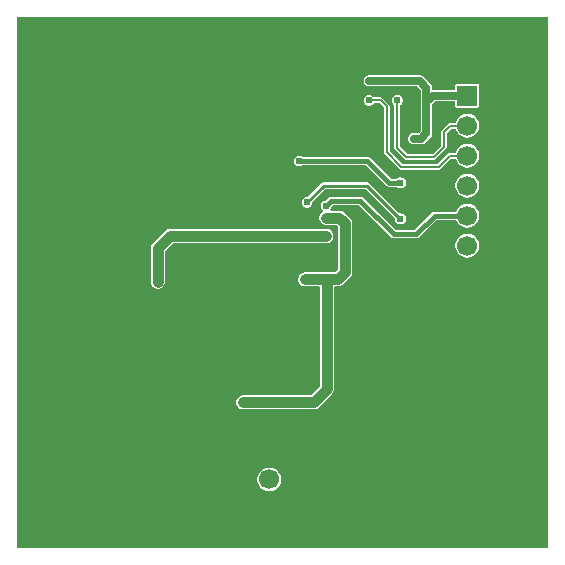
<source format=gbr>
%TF.GenerationSoftware,KiCad,Pcbnew,9.0.4*%
%TF.CreationDate,2025-10-02T13:36:02-04:00*%
%TF.ProjectId,MPPT-dev,4d505054-2d64-4657-962e-6b696361645f,rev?*%
%TF.SameCoordinates,Original*%
%TF.FileFunction,Copper,L2,Bot*%
%TF.FilePolarity,Positive*%
%FSLAX46Y46*%
G04 Gerber Fmt 4.6, Leading zero omitted, Abs format (unit mm)*
G04 Created by KiCad (PCBNEW 9.0.4) date 2025-10-02 13:36:02*
%MOMM*%
%LPD*%
G01*
G04 APERTURE LIST*
%TA.AperFunction,ComponentPad*%
%ADD10R,1.700000X1.700000*%
%TD*%
%TA.AperFunction,ComponentPad*%
%ADD11C,1.700000*%
%TD*%
%TA.AperFunction,ViaPad*%
%ADD12C,0.609600*%
%TD*%
%TA.AperFunction,Conductor*%
%ADD13C,0.889000*%
%TD*%
%TA.AperFunction,Conductor*%
%ADD14C,0.381000*%
%TD*%
%TA.AperFunction,Conductor*%
%ADD15C,0.203200*%
%TD*%
%TA.AperFunction,Conductor*%
%ADD16C,0.254000*%
%TD*%
%TA.AperFunction,Conductor*%
%ADD17C,0.635000*%
%TD*%
G04 APERTURE END LIST*
D10*
%TO.P,J3,1,Pin_1*%
%TO.N,+3V3*%
X159004000Y-83312000D03*
D11*
%TO.P,J3,2,Pin_2*%
%TO.N,/SCL*%
X159004000Y-85852000D03*
%TO.P,J3,3,Pin_3*%
%TO.N,/SDA*%
X159004000Y-88392000D03*
%TO.P,J3,4,Pin_4*%
%TO.N,/VIN_RD*%
X159004000Y-90932000D03*
%TO.P,J3,5,Pin_5*%
%TO.N,/ICHG_RD*%
X159004000Y-93472000D03*
%TO.P,J3,6,Pin_6*%
%TO.N,/MODE*%
X159004000Y-96012000D03*
%TO.P,J3,7,Pin_7*%
%TO.N,GND*%
X159004000Y-98552000D03*
%TD*%
D10*
%TO.P,J2,1,Pin_1*%
%TO.N,GND*%
X139695000Y-115798600D03*
D11*
%TO.P,J2,2,Pin_2*%
%TO.N,/BATTERY*%
X142235000Y-115798600D03*
%TD*%
D12*
%TO.N,GND*%
X148336000Y-101269800D03*
X136677400Y-93116400D03*
X137718800Y-91033600D03*
X141102500Y-104368600D03*
X143756001Y-98819000D03*
X142722600Y-101269800D03*
X140957000Y-84074000D03*
X147000000Y-78981999D03*
X141102500Y-105318599D03*
X143764000Y-101269800D03*
X143256000Y-88837000D03*
X133895800Y-106705400D03*
X138760200Y-94157800D03*
X144805400Y-100228400D03*
X132400000Y-78981999D03*
X153353000Y-92202000D03*
X137718800Y-89992200D03*
X144805400Y-101269800D03*
X141986000Y-93903800D03*
X154482800Y-86156800D03*
X142990001Y-93903800D03*
X140843000Y-91033600D03*
X136677400Y-91033600D03*
X136677400Y-94157800D03*
X149377400Y-101269800D03*
X138760200Y-93116400D03*
X138760200Y-91033600D03*
X139801600Y-89992200D03*
X136677400Y-89992200D03*
X148336000Y-100228400D03*
X140843000Y-89992200D03*
X136677400Y-92075000D03*
X133895800Y-111201200D03*
X143992600Y-93903800D03*
X137718800Y-92075000D03*
X143764000Y-100228400D03*
X145846800Y-100228400D03*
X149326600Y-86918800D03*
X139801600Y-92075000D03*
X150418800Y-100228400D03*
X154482800Y-87731600D03*
X133895800Y-108204000D03*
X139801600Y-91033600D03*
X133895800Y-109702600D03*
X149377400Y-100228400D03*
X138760200Y-92075000D03*
X138760200Y-89992200D03*
X137718800Y-94157800D03*
X140957000Y-85598000D03*
X137718800Y-93116400D03*
X145846800Y-101269800D03*
X150418800Y-101269800D03*
%TO.N,/MPPT/BIAS*%
X140034200Y-109270800D03*
X145280001Y-98869000D03*
X147066000Y-93636800D03*
%TO.N,/MPPT/ISP*%
X132808601Y-99060000D03*
X147066000Y-95186800D03*
%TO.N,/D_VSOLAR1*%
X144780000Y-88837000D03*
X153353000Y-90678000D03*
%TO.N,/SCL*%
X153085800Y-83700001D03*
%TO.N,/SDA*%
X150698200Y-83700001D03*
%TO.N,/MPPT/SYNC*%
X145440400Y-92329000D03*
X153353000Y-93726000D03*
%TO.N,/ICHG_RD*%
X147066000Y-92633800D03*
%TO.N,+3V3*%
X150698200Y-82050001D03*
X154477600Y-86939000D03*
X153085800Y-82050001D03*
%TD*%
D13*
%TO.N,/MPPT/BIAS*%
X148666200Y-94132400D02*
X148170600Y-93636800D01*
X146024600Y-109270800D02*
X147116800Y-108178600D01*
X148170600Y-93636800D02*
X147066000Y-93636800D01*
X145280001Y-98869000D02*
X147116800Y-98869000D01*
X147116800Y-98869000D02*
X148044400Y-98869000D01*
X140034200Y-109270800D02*
X146024600Y-109270800D01*
X147116800Y-108178600D02*
X147116800Y-98869000D01*
X148666200Y-98247200D02*
X148666200Y-94132400D01*
X148044400Y-98869000D02*
X148666200Y-98247200D01*
%TO.N,/MPPT/ISP*%
X132808601Y-96248599D02*
X133870400Y-95186800D01*
X133870400Y-95186800D02*
X147066000Y-95186800D01*
X132808601Y-99060000D02*
X132808601Y-96248599D01*
D14*
%TO.N,/D_VSOLAR1*%
X152400000Y-90678000D02*
X153353000Y-90678000D01*
X150559000Y-88837000D02*
X152400000Y-90678000D01*
X144780000Y-88837000D02*
X150559000Y-88837000D01*
D15*
%TO.N,/SCL*%
X156159200Y-88493600D02*
X153847800Y-88493600D01*
X157581600Y-85852000D02*
X157022800Y-86410800D01*
X153847800Y-88493600D02*
X153085800Y-87731600D01*
X153085800Y-87731600D02*
X153085800Y-83700001D01*
X157022800Y-87630000D02*
X156159200Y-88493600D01*
X157022800Y-86410800D02*
X157022800Y-87630000D01*
X159004000Y-85852000D02*
X157581600Y-85852000D01*
%TO.N,/SDA*%
X151670401Y-83700001D02*
X150698200Y-83700001D01*
X152196800Y-84226400D02*
X151670401Y-83700001D01*
X159004000Y-88392000D02*
X157530800Y-88392000D01*
X156591000Y-89331800D02*
X153416000Y-89331800D01*
X152196800Y-88112600D02*
X152196800Y-84226400D01*
X157530800Y-88392000D02*
X156591000Y-89331800D01*
X153416000Y-89331800D02*
X152196800Y-88112600D01*
D16*
%TO.N,/MPPT/SYNC*%
X153353000Y-93726000D02*
X150559000Y-90932000D01*
X146837400Y-90932000D02*
X145440400Y-92329000D01*
X150559000Y-90932000D02*
X146837400Y-90932000D01*
D14*
%TO.N,/ICHG_RD*%
X154686000Y-95021400D02*
X156235400Y-93472000D01*
X147066000Y-92633800D02*
X147497800Y-92202000D01*
X152781000Y-95021400D02*
X154686000Y-95021400D01*
X147497800Y-92202000D02*
X149961600Y-92202000D01*
X149961600Y-92202000D02*
X152781000Y-95021400D01*
X156235400Y-93472000D02*
X159004000Y-93472000D01*
D17*
%TO.N,+3V3*%
X154477600Y-86939000D02*
X155123000Y-86939000D01*
X155549600Y-82626200D02*
X154973401Y-82050001D01*
X155549600Y-83845400D02*
X156083000Y-83312000D01*
X156083000Y-83312000D02*
X159004000Y-83312000D01*
X154973401Y-82050001D02*
X150698200Y-82050001D01*
X155549600Y-85191600D02*
X155549600Y-82626200D01*
X155549600Y-86512400D02*
X155549600Y-85191600D01*
X155549600Y-85191600D02*
X155549600Y-83845400D01*
X155123000Y-86939000D02*
X155549600Y-86512400D01*
%TD*%
%TA.AperFunction,Conductor*%
%TO.N,GND*%
G36*
X165834638Y-76649893D02*
G01*
X165860358Y-76694442D01*
X165861500Y-76707500D01*
X165861500Y-121514100D01*
X165843907Y-121562438D01*
X165799358Y-121588158D01*
X165786300Y-121589300D01*
X120979700Y-121589300D01*
X120931362Y-121571707D01*
X120905642Y-121527158D01*
X120904500Y-121514100D01*
X120904500Y-115699822D01*
X141232100Y-115699822D01*
X141232100Y-115897377D01*
X141270641Y-116091137D01*
X141270642Y-116091138D01*
X141346241Y-116273651D01*
X141455996Y-116437912D01*
X141455997Y-116437913D01*
X141456000Y-116437917D01*
X141595682Y-116577599D01*
X141595685Y-116577601D01*
X141595688Y-116577604D01*
X141759949Y-116687359D01*
X141942461Y-116762957D01*
X141942462Y-116762958D01*
X141942463Y-116762958D01*
X141942465Y-116762959D01*
X142072218Y-116788768D01*
X142136222Y-116801500D01*
X142136223Y-116801500D01*
X142333778Y-116801500D01*
X142381889Y-116791929D01*
X142527535Y-116762959D01*
X142710051Y-116687359D01*
X142874312Y-116577604D01*
X143014004Y-116437912D01*
X143123759Y-116273651D01*
X143199359Y-116091135D01*
X143237900Y-115897377D01*
X143237900Y-115699823D01*
X143199359Y-115506065D01*
X143123759Y-115323549D01*
X143014004Y-115159288D01*
X143014001Y-115159285D01*
X143013999Y-115159282D01*
X142874317Y-115019600D01*
X142874313Y-115019597D01*
X142874312Y-115019596D01*
X142710051Y-114909841D01*
X142710049Y-114909840D01*
X142527538Y-114834242D01*
X142527537Y-114834241D01*
X142333778Y-114795700D01*
X142333777Y-114795700D01*
X142136223Y-114795700D01*
X142136222Y-114795700D01*
X141942462Y-114834241D01*
X141942461Y-114834242D01*
X141759950Y-114909840D01*
X141595682Y-115019600D01*
X141456000Y-115159282D01*
X141346240Y-115323550D01*
X141270642Y-115506061D01*
X141270641Y-115506062D01*
X141232100Y-115699822D01*
X120904500Y-115699822D01*
X120904500Y-109192151D01*
X139436800Y-109192151D01*
X139436800Y-109349449D01*
X139467334Y-109463403D01*
X139477512Y-109501389D01*
X139556160Y-109637612D01*
X139667387Y-109748839D01*
X139803610Y-109827487D01*
X139803612Y-109827488D01*
X139955551Y-109868200D01*
X139955554Y-109868200D01*
X146103246Y-109868200D01*
X146103249Y-109868200D01*
X146255188Y-109827488D01*
X146391412Y-109748839D01*
X147594839Y-108545412D01*
X147673488Y-108409188D01*
X147714200Y-108257249D01*
X147714200Y-108099951D01*
X147714200Y-99541600D01*
X147731793Y-99493262D01*
X147776342Y-99467542D01*
X147789400Y-99466400D01*
X148123046Y-99466400D01*
X148123049Y-99466400D01*
X148274988Y-99425688D01*
X148411212Y-99347039D01*
X149144239Y-98614012D01*
X149222888Y-98477788D01*
X149263600Y-98325849D01*
X149263600Y-98168551D01*
X149263600Y-95913222D01*
X158001100Y-95913222D01*
X158001100Y-96110777D01*
X158039641Y-96304537D01*
X158039642Y-96304538D01*
X158115241Y-96487051D01*
X158224996Y-96651312D01*
X158224997Y-96651313D01*
X158225000Y-96651317D01*
X158364682Y-96790999D01*
X158364685Y-96791001D01*
X158364688Y-96791004D01*
X158528949Y-96900759D01*
X158711461Y-96976357D01*
X158711462Y-96976358D01*
X158711463Y-96976358D01*
X158711465Y-96976359D01*
X158841218Y-97002168D01*
X158905222Y-97014900D01*
X158905223Y-97014900D01*
X159102778Y-97014900D01*
X159150889Y-97005329D01*
X159296535Y-96976359D01*
X159479051Y-96900759D01*
X159643312Y-96791004D01*
X159783004Y-96651312D01*
X159892759Y-96487051D01*
X159968359Y-96304535D01*
X160006900Y-96110777D01*
X160006900Y-95913223D01*
X159968359Y-95719465D01*
X159892759Y-95536949D01*
X159783004Y-95372688D01*
X159783001Y-95372685D01*
X159782999Y-95372682D01*
X159643317Y-95233000D01*
X159643313Y-95232997D01*
X159643312Y-95232996D01*
X159479051Y-95123241D01*
X159479049Y-95123240D01*
X159296538Y-95047642D01*
X159296537Y-95047641D01*
X159102778Y-95009100D01*
X159102777Y-95009100D01*
X158905223Y-95009100D01*
X158905222Y-95009100D01*
X158711462Y-95047641D01*
X158711461Y-95047642D01*
X158528950Y-95123240D01*
X158364682Y-95233000D01*
X158225000Y-95372682D01*
X158115240Y-95536950D01*
X158039642Y-95719461D01*
X158039641Y-95719462D01*
X158001100Y-95913222D01*
X149263600Y-95913222D01*
X149263600Y-94053751D01*
X149250778Y-94005900D01*
X149222888Y-93901812D01*
X149144239Y-93765587D01*
X149144237Y-93765585D01*
X149144235Y-93765582D01*
X148537412Y-93158760D01*
X148401189Y-93080112D01*
X148337269Y-93062985D01*
X148249249Y-93039400D01*
X148249246Y-93039400D01*
X147489159Y-93039400D01*
X147440821Y-93021807D01*
X147415101Y-92977258D01*
X147424034Y-92926600D01*
X147429497Y-92918423D01*
X147432247Y-92914838D01*
X147432251Y-92914834D01*
X147492508Y-92810465D01*
X147523700Y-92694057D01*
X147523700Y-92692889D01*
X147523941Y-92692225D01*
X147524344Y-92689169D01*
X147525021Y-92689258D01*
X147529315Y-92677461D01*
X147530746Y-92661108D01*
X147540160Y-92647663D01*
X147541293Y-92644551D01*
X147545726Y-92639715D01*
X147618015Y-92567426D01*
X147664635Y-92545686D01*
X147671189Y-92545400D01*
X149788211Y-92545400D01*
X149836549Y-92562993D01*
X149841385Y-92567426D01*
X152570144Y-95296186D01*
X152570146Y-95296187D01*
X152570147Y-95296188D01*
X152648452Y-95341398D01*
X152735791Y-95364800D01*
X152735793Y-95364800D01*
X154731208Y-95364800D01*
X154731209Y-95364800D01*
X154811184Y-95343371D01*
X154818548Y-95341398D01*
X154896853Y-95296188D01*
X156355615Y-93837426D01*
X156402235Y-93815686D01*
X156408789Y-93815400D01*
X158010463Y-93815400D01*
X158058801Y-93832993D01*
X158079939Y-93861823D01*
X158115239Y-93947048D01*
X158115240Y-93947049D01*
X158115241Y-93947051D01*
X158224996Y-94111312D01*
X158224997Y-94111313D01*
X158225000Y-94111317D01*
X158364682Y-94250999D01*
X158364685Y-94251001D01*
X158364688Y-94251004D01*
X158528949Y-94360759D01*
X158711461Y-94436357D01*
X158711462Y-94436358D01*
X158711463Y-94436358D01*
X158711465Y-94436359D01*
X158841218Y-94462168D01*
X158905222Y-94474900D01*
X158905223Y-94474900D01*
X159102778Y-94474900D01*
X159150889Y-94465329D01*
X159296535Y-94436359D01*
X159479051Y-94360759D01*
X159643312Y-94251004D01*
X159783004Y-94111312D01*
X159892759Y-93947051D01*
X159968359Y-93764535D01*
X160006900Y-93570777D01*
X160006900Y-93373223D01*
X160004220Y-93359752D01*
X159968358Y-93179462D01*
X159968357Y-93179461D01*
X159892759Y-92996949D01*
X159783004Y-92832688D01*
X159783001Y-92832685D01*
X159782999Y-92832682D01*
X159643317Y-92693000D01*
X159643313Y-92692997D01*
X159643312Y-92692996D01*
X159479051Y-92583241D01*
X159479049Y-92583240D01*
X159296538Y-92507642D01*
X159296537Y-92507641D01*
X159102778Y-92469100D01*
X159102777Y-92469100D01*
X158905223Y-92469100D01*
X158905222Y-92469100D01*
X158711462Y-92507641D01*
X158711461Y-92507642D01*
X158528950Y-92583240D01*
X158364682Y-92693000D01*
X158225000Y-92832682D01*
X158115239Y-92996951D01*
X158079939Y-93082177D01*
X158045187Y-93120103D01*
X158010463Y-93128600D01*
X156190191Y-93128600D01*
X156137788Y-93142641D01*
X156102851Y-93152002D01*
X156069757Y-93171110D01*
X156057641Y-93178104D01*
X156024545Y-93197212D01*
X154565785Y-94655974D01*
X154519165Y-94677714D01*
X154512611Y-94678000D01*
X152954389Y-94678000D01*
X152906051Y-94660407D01*
X152901215Y-94655974D01*
X150172457Y-91927215D01*
X150172454Y-91927213D01*
X150172453Y-91927212D01*
X150119013Y-91896358D01*
X150094151Y-91882003D01*
X150094148Y-91882002D01*
X150054206Y-91871300D01*
X150054203Y-91871299D01*
X150034171Y-91865931D01*
X150006809Y-91858600D01*
X147452591Y-91858600D01*
X147365253Y-91882002D01*
X147340386Y-91896359D01*
X147340385Y-91896359D01*
X147286949Y-91927209D01*
X147173517Y-92040641D01*
X147060084Y-92154074D01*
X147013465Y-92175814D01*
X147006911Y-92176100D01*
X147005743Y-92176100D01*
X146947539Y-92191696D01*
X146889333Y-92207292D01*
X146784967Y-92267548D01*
X146784961Y-92267552D01*
X146699752Y-92352761D01*
X146699748Y-92352767D01*
X146639492Y-92457133D01*
X146626488Y-92505665D01*
X146608300Y-92573543D01*
X146608300Y-92694057D01*
X146608619Y-92695247D01*
X146639492Y-92810466D01*
X146699748Y-92914832D01*
X146699752Y-92914838D01*
X146784888Y-92999974D01*
X146806628Y-93046594D01*
X146793314Y-93096281D01*
X146769314Y-93118273D01*
X146699187Y-93158760D01*
X146587960Y-93269987D01*
X146509312Y-93406210D01*
X146488956Y-93482181D01*
X146468600Y-93558151D01*
X146468600Y-93715449D01*
X146499134Y-93829403D01*
X146509312Y-93867389D01*
X146587960Y-94003612D01*
X146699187Y-94114839D01*
X146835410Y-94193487D01*
X146835412Y-94193488D01*
X146987351Y-94234200D01*
X147892001Y-94234200D01*
X147907428Y-94239815D01*
X147923782Y-94241246D01*
X147937226Y-94250660D01*
X147940339Y-94251793D01*
X147945175Y-94256226D01*
X148046774Y-94357825D01*
X148068514Y-94404445D01*
X148068800Y-94410999D01*
X148068800Y-97968601D01*
X148051207Y-98016939D01*
X148046774Y-98021775D01*
X147818975Y-98249574D01*
X147772355Y-98271314D01*
X147765801Y-98271600D01*
X147195449Y-98271600D01*
X145201352Y-98271600D01*
X145110188Y-98296027D01*
X145049411Y-98312312D01*
X144913188Y-98390960D01*
X144801961Y-98502187D01*
X144723313Y-98638410D01*
X144702957Y-98714381D01*
X144682601Y-98790351D01*
X144682601Y-98947649D01*
X144713135Y-99061603D01*
X144723313Y-99099589D01*
X144801961Y-99235812D01*
X144913188Y-99347039D01*
X145049411Y-99425687D01*
X145049413Y-99425688D01*
X145201352Y-99466400D01*
X146444200Y-99466400D01*
X146492538Y-99483993D01*
X146518258Y-99528542D01*
X146519400Y-99541600D01*
X146519400Y-107900001D01*
X146501807Y-107948339D01*
X146497374Y-107953175D01*
X145799175Y-108651374D01*
X145752555Y-108673114D01*
X145746001Y-108673400D01*
X139955551Y-108673400D01*
X139864387Y-108697827D01*
X139803610Y-108714112D01*
X139667387Y-108792760D01*
X139556160Y-108903987D01*
X139477512Y-109040210D01*
X139457156Y-109116181D01*
X139436800Y-109192151D01*
X120904500Y-109192151D01*
X120904500Y-96169950D01*
X132211201Y-96169950D01*
X132211201Y-99138649D01*
X132237236Y-99235812D01*
X132251913Y-99290589D01*
X132330561Y-99426812D01*
X132441788Y-99538039D01*
X132578011Y-99616687D01*
X132578013Y-99616688D01*
X132729952Y-99657400D01*
X132729955Y-99657400D01*
X132887247Y-99657400D01*
X132887250Y-99657400D01*
X133039189Y-99616688D01*
X133175413Y-99538039D01*
X133286640Y-99426812D01*
X133365289Y-99290588D01*
X133406001Y-99138649D01*
X133406001Y-96527198D01*
X133423594Y-96478860D01*
X133428027Y-96474024D01*
X134095825Y-95806226D01*
X134142445Y-95784486D01*
X134148999Y-95784200D01*
X147144646Y-95784200D01*
X147144649Y-95784200D01*
X147296588Y-95743488D01*
X147432812Y-95664839D01*
X147544039Y-95553612D01*
X147622688Y-95417388D01*
X147663400Y-95265449D01*
X147663400Y-95108151D01*
X147622688Y-94956212D01*
X147622687Y-94956210D01*
X147544039Y-94819987D01*
X147432812Y-94708760D01*
X147296589Y-94630112D01*
X147258603Y-94619934D01*
X147144649Y-94589400D01*
X133949050Y-94589400D01*
X133791751Y-94589400D01*
X133639813Y-94630111D01*
X133639805Y-94630114D01*
X133503587Y-94708760D01*
X132675400Y-95536949D01*
X132441789Y-95770560D01*
X132406123Y-95806226D01*
X132330560Y-95881788D01*
X132251913Y-96018009D01*
X132231557Y-96093980D01*
X132211201Y-96169950D01*
X120904500Y-96169950D01*
X120904500Y-92268743D01*
X144982700Y-92268743D01*
X144982700Y-92389257D01*
X145000888Y-92457133D01*
X145013892Y-92505666D01*
X145074148Y-92610032D01*
X145074152Y-92610038D01*
X145159361Y-92695247D01*
X145159364Y-92695249D01*
X145159366Y-92695251D01*
X145263735Y-92755508D01*
X145380143Y-92786700D01*
X145380145Y-92786700D01*
X145500655Y-92786700D01*
X145500657Y-92786700D01*
X145617065Y-92755508D01*
X145721434Y-92695251D01*
X145806651Y-92610034D01*
X145866908Y-92505665D01*
X145898100Y-92389257D01*
X145898100Y-92298285D01*
X145915693Y-92249947D01*
X145920126Y-92245111D01*
X146931313Y-91233926D01*
X146977933Y-91212186D01*
X146984487Y-91211900D01*
X150411914Y-91211900D01*
X150460252Y-91229493D01*
X150465088Y-91233926D01*
X152873274Y-93642112D01*
X152895014Y-93688732D01*
X152895300Y-93695286D01*
X152895300Y-93786257D01*
X152903109Y-93815400D01*
X152926492Y-93902666D01*
X152986748Y-94007032D01*
X152986752Y-94007038D01*
X153071961Y-94092247D01*
X153071964Y-94092249D01*
X153071966Y-94092251D01*
X153176335Y-94152508D01*
X153292743Y-94183700D01*
X153292745Y-94183700D01*
X153413255Y-94183700D01*
X153413257Y-94183700D01*
X153529665Y-94152508D01*
X153634034Y-94092251D01*
X153719251Y-94007034D01*
X153779508Y-93902665D01*
X153810700Y-93786257D01*
X153810700Y-93665743D01*
X153779508Y-93549335D01*
X153719251Y-93444966D01*
X153719249Y-93444964D01*
X153719247Y-93444961D01*
X153634038Y-93359752D01*
X153634032Y-93359748D01*
X153529666Y-93299492D01*
X153490862Y-93289094D01*
X153413257Y-93268300D01*
X153322286Y-93268300D01*
X153273948Y-93250707D01*
X153269112Y-93246274D01*
X150730866Y-90708027D01*
X150730860Y-90708023D01*
X150667038Y-90671175D01*
X150643308Y-90664816D01*
X150595850Y-90652100D01*
X146800550Y-90652100D01*
X146763120Y-90662129D01*
X146744405Y-90667144D01*
X146744404Y-90667143D01*
X146729361Y-90671174D01*
X146665538Y-90708023D01*
X146665532Y-90708027D01*
X145524287Y-91849274D01*
X145477667Y-91871014D01*
X145471113Y-91871300D01*
X145380143Y-91871300D01*
X145340200Y-91882003D01*
X145263733Y-91902492D01*
X145159367Y-91962748D01*
X145159361Y-91962752D01*
X145074152Y-92047961D01*
X145074148Y-92047967D01*
X145013892Y-92152333D01*
X145007524Y-92176100D01*
X144982700Y-92268743D01*
X120904500Y-92268743D01*
X120904500Y-88776743D01*
X144322300Y-88776743D01*
X144322300Y-88897257D01*
X144343094Y-88974862D01*
X144353492Y-89013666D01*
X144413748Y-89118032D01*
X144413752Y-89118038D01*
X144498961Y-89203247D01*
X144498964Y-89203249D01*
X144498966Y-89203251D01*
X144603335Y-89263508D01*
X144719743Y-89294700D01*
X144719745Y-89294700D01*
X144840255Y-89294700D01*
X144840257Y-89294700D01*
X144956665Y-89263508D01*
X145061034Y-89203251D01*
X145061038Y-89203247D01*
X145061860Y-89202426D01*
X145062494Y-89202129D01*
X145064945Y-89200250D01*
X145065361Y-89200793D01*
X145108480Y-89180686D01*
X145115034Y-89180400D01*
X150385611Y-89180400D01*
X150433949Y-89197993D01*
X150438785Y-89202426D01*
X152189142Y-90952784D01*
X152189144Y-90952785D01*
X152189147Y-90952788D01*
X152250416Y-90988162D01*
X152267448Y-90997996D01*
X152267452Y-90997998D01*
X152288362Y-91003600D01*
X152288363Y-91003601D01*
X152321577Y-91012500D01*
X152354791Y-91021400D01*
X153017966Y-91021400D01*
X153066304Y-91038993D01*
X153071140Y-91043426D01*
X153071961Y-91044247D01*
X153071964Y-91044249D01*
X153071966Y-91044251D01*
X153176335Y-91104508D01*
X153292743Y-91135700D01*
X153292745Y-91135700D01*
X153413255Y-91135700D01*
X153413257Y-91135700D01*
X153529665Y-91104508D01*
X153634034Y-91044251D01*
X153719251Y-90959034D01*
X153779508Y-90854665D01*
X153785254Y-90833222D01*
X158001100Y-90833222D01*
X158001100Y-91030777D01*
X158039641Y-91224537D01*
X158039642Y-91224538D01*
X158043531Y-91233926D01*
X158115241Y-91407051D01*
X158224996Y-91571312D01*
X158224997Y-91571313D01*
X158225000Y-91571317D01*
X158364682Y-91710999D01*
X158364685Y-91711001D01*
X158364688Y-91711004D01*
X158528949Y-91820759D01*
X158711461Y-91896357D01*
X158711462Y-91896358D01*
X158711463Y-91896358D01*
X158711465Y-91896359D01*
X158841218Y-91922168D01*
X158905222Y-91934900D01*
X158905223Y-91934900D01*
X159102778Y-91934900D01*
X159150889Y-91925329D01*
X159296535Y-91896359D01*
X159479051Y-91820759D01*
X159643312Y-91711004D01*
X159783004Y-91571312D01*
X159892759Y-91407051D01*
X159968359Y-91224535D01*
X160006900Y-91030777D01*
X160006900Y-90833223D01*
X159968359Y-90639465D01*
X159892759Y-90456949D01*
X159783004Y-90292688D01*
X159783001Y-90292685D01*
X159782999Y-90292682D01*
X159643317Y-90153000D01*
X159643313Y-90152997D01*
X159643312Y-90152996D01*
X159479051Y-90043241D01*
X159479049Y-90043240D01*
X159296538Y-89967642D01*
X159296537Y-89967641D01*
X159102778Y-89929100D01*
X159102777Y-89929100D01*
X158905223Y-89929100D01*
X158905222Y-89929100D01*
X158711462Y-89967641D01*
X158711461Y-89967642D01*
X158528950Y-90043240D01*
X158364682Y-90153000D01*
X158225000Y-90292682D01*
X158115240Y-90456950D01*
X158039642Y-90639461D01*
X158039641Y-90639462D01*
X158001100Y-90833222D01*
X153785254Y-90833222D01*
X153810700Y-90738257D01*
X153810700Y-90617743D01*
X153779508Y-90501335D01*
X153719251Y-90396966D01*
X153719249Y-90396964D01*
X153719247Y-90396961D01*
X153634038Y-90311752D01*
X153634032Y-90311748D01*
X153529666Y-90251492D01*
X153490862Y-90241094D01*
X153413257Y-90220300D01*
X153292743Y-90220300D01*
X153234539Y-90235896D01*
X153176333Y-90251492D01*
X153071967Y-90311748D01*
X153071961Y-90311752D01*
X153071140Y-90312574D01*
X153070505Y-90312870D01*
X153068055Y-90314750D01*
X153067638Y-90314206D01*
X153024520Y-90334314D01*
X153017966Y-90334600D01*
X152573389Y-90334600D01*
X152525051Y-90317007D01*
X152520215Y-90312574D01*
X150769855Y-88562213D01*
X150691549Y-88517002D01*
X150691540Y-88516999D01*
X150668147Y-88510730D01*
X150668147Y-88510731D01*
X150636177Y-88502165D01*
X150604209Y-88493600D01*
X150604208Y-88493600D01*
X145115034Y-88493600D01*
X145066696Y-88476007D01*
X145061860Y-88471574D01*
X145061038Y-88470752D01*
X145061032Y-88470748D01*
X144956666Y-88410492D01*
X144917862Y-88400094D01*
X144840257Y-88379300D01*
X144719743Y-88379300D01*
X144661539Y-88394896D01*
X144603333Y-88410492D01*
X144498967Y-88470748D01*
X144498961Y-88470752D01*
X144413752Y-88555961D01*
X144413748Y-88555967D01*
X144353492Y-88660333D01*
X144344760Y-88692923D01*
X144322300Y-88776743D01*
X120904500Y-88776743D01*
X120904500Y-83639744D01*
X150240500Y-83639744D01*
X150240500Y-83760258D01*
X150246433Y-83782400D01*
X150271692Y-83876667D01*
X150331948Y-83981033D01*
X150331952Y-83981039D01*
X150417161Y-84066248D01*
X150417164Y-84066250D01*
X150417166Y-84066252D01*
X150499478Y-84113774D01*
X150516662Y-84123696D01*
X150521535Y-84126509D01*
X150637943Y-84157701D01*
X150637945Y-84157701D01*
X150758455Y-84157701D01*
X150758457Y-84157701D01*
X150874865Y-84126509D01*
X150979234Y-84066252D01*
X151022430Y-84023056D01*
X151067937Y-83977550D01*
X151069610Y-83979223D01*
X151105621Y-83956283D01*
X151121896Y-83954501D01*
X151533835Y-83954501D01*
X151582173Y-83972094D01*
X151587009Y-83976527D01*
X151920274Y-84309792D01*
X151942014Y-84356412D01*
X151942300Y-84362966D01*
X151942300Y-88163223D01*
X151981045Y-88256764D01*
X153195952Y-89471669D01*
X153195965Y-89471684D01*
X153271835Y-89547554D01*
X153271836Y-89547554D01*
X153271837Y-89547555D01*
X153365377Y-89586300D01*
X153365378Y-89586300D01*
X156641622Y-89586300D01*
X156641623Y-89586300D01*
X156735163Y-89547555D01*
X157614192Y-88668526D01*
X157660812Y-88646786D01*
X157667366Y-88646500D01*
X157973640Y-88646500D01*
X158021978Y-88664093D01*
X158043114Y-88692921D01*
X158049922Y-88709355D01*
X158115239Y-88867048D01*
X158115240Y-88867049D01*
X158115241Y-88867051D01*
X158224996Y-89031312D01*
X158224997Y-89031313D01*
X158225000Y-89031317D01*
X158364682Y-89170999D01*
X158364685Y-89171001D01*
X158364688Y-89171004D01*
X158528949Y-89280759D01*
X158711461Y-89356357D01*
X158711462Y-89356358D01*
X158711463Y-89356358D01*
X158711465Y-89356359D01*
X158841218Y-89382168D01*
X158905222Y-89394900D01*
X158905223Y-89394900D01*
X159102778Y-89394900D01*
X159150889Y-89385329D01*
X159296535Y-89356359D01*
X159479051Y-89280759D01*
X159643312Y-89171004D01*
X159783004Y-89031312D01*
X159892759Y-88867051D01*
X159968359Y-88684535D01*
X160006900Y-88490777D01*
X160006900Y-88293223D01*
X159968359Y-88099465D01*
X159892759Y-87916949D01*
X159783004Y-87752688D01*
X159783001Y-87752685D01*
X159782999Y-87752682D01*
X159643317Y-87613000D01*
X159643313Y-87612997D01*
X159643312Y-87612996D01*
X159479051Y-87503241D01*
X159455375Y-87493434D01*
X159296538Y-87427642D01*
X159296537Y-87427641D01*
X159102778Y-87389100D01*
X159102777Y-87389100D01*
X158905223Y-87389100D01*
X158905222Y-87389100D01*
X158711462Y-87427641D01*
X158711461Y-87427642D01*
X158528950Y-87503240D01*
X158364682Y-87613000D01*
X158225000Y-87752682D01*
X158115239Y-87916951D01*
X158068742Y-88029208D01*
X158043114Y-88091078D01*
X158008364Y-88129003D01*
X157973640Y-88137500D01*
X157590183Y-88137500D01*
X157590175Y-88137499D01*
X157581423Y-88137499D01*
X157480177Y-88137499D01*
X157421190Y-88161932D01*
X157386634Y-88176246D01*
X156507608Y-89055274D01*
X156460988Y-89077014D01*
X156454434Y-89077300D01*
X153552565Y-89077300D01*
X153504227Y-89059707D01*
X153499391Y-89055274D01*
X152473326Y-88029208D01*
X152451586Y-87982588D01*
X152451300Y-87976034D01*
X152451300Y-84285783D01*
X152451301Y-84285774D01*
X152451301Y-84175778D01*
X152451301Y-84175777D01*
X152412555Y-84082237D01*
X152412553Y-84082235D01*
X152412553Y-84082234D01*
X151970063Y-83639744D01*
X152628100Y-83639744D01*
X152628100Y-83760258D01*
X152634033Y-83782400D01*
X152659292Y-83876667D01*
X152719548Y-83981033D01*
X152719552Y-83981039D01*
X152808251Y-84069738D01*
X152806570Y-84071418D01*
X152829508Y-84107376D01*
X152831300Y-84123696D01*
X152831300Y-87782223D01*
X152870045Y-87875764D01*
X153703634Y-88709353D01*
X153703635Y-88709353D01*
X153703637Y-88709355D01*
X153797177Y-88748101D01*
X153797178Y-88748101D01*
X153907175Y-88748101D01*
X153907183Y-88748100D01*
X156209822Y-88748100D01*
X156209823Y-88748100D01*
X156303363Y-88709355D01*
X157238555Y-87774163D01*
X157277301Y-87680623D01*
X157277301Y-87579377D01*
X157277301Y-87573322D01*
X157277300Y-87573308D01*
X157277300Y-86547365D01*
X157294893Y-86499027D01*
X157299326Y-86494191D01*
X157664991Y-86128526D01*
X157711611Y-86106786D01*
X157718165Y-86106500D01*
X157973640Y-86106500D01*
X158021978Y-86124093D01*
X158043114Y-86152921D01*
X158075124Y-86230200D01*
X158115239Y-86327048D01*
X158115240Y-86327049D01*
X158115241Y-86327051D01*
X158224996Y-86491312D01*
X158224997Y-86491313D01*
X158225000Y-86491317D01*
X158364682Y-86630999D01*
X158364685Y-86631001D01*
X158364688Y-86631004D01*
X158528949Y-86740759D01*
X158711461Y-86816357D01*
X158711462Y-86816358D01*
X158711463Y-86816358D01*
X158711465Y-86816359D01*
X158841218Y-86842168D01*
X158905222Y-86854900D01*
X158905223Y-86854900D01*
X159102778Y-86854900D01*
X159150889Y-86845329D01*
X159296535Y-86816359D01*
X159479051Y-86740759D01*
X159643312Y-86631004D01*
X159783004Y-86491312D01*
X159892759Y-86327051D01*
X159968359Y-86144535D01*
X160006900Y-85950777D01*
X160006900Y-85753223D01*
X159968359Y-85559465D01*
X159892759Y-85376949D01*
X159783004Y-85212688D01*
X159783001Y-85212685D01*
X159782999Y-85212682D01*
X159643317Y-85073000D01*
X159643313Y-85072997D01*
X159643312Y-85072996D01*
X159479051Y-84963241D01*
X159479049Y-84963240D01*
X159296538Y-84887642D01*
X159296537Y-84887641D01*
X159102778Y-84849100D01*
X159102777Y-84849100D01*
X158905223Y-84849100D01*
X158905222Y-84849100D01*
X158711462Y-84887641D01*
X158711461Y-84887642D01*
X158528950Y-84963240D01*
X158364682Y-85073000D01*
X158225000Y-85212682D01*
X158115239Y-85376951D01*
X158067658Y-85491823D01*
X158043114Y-85551078D01*
X158008364Y-85589003D01*
X157973640Y-85597500D01*
X157640984Y-85597500D01*
X157640976Y-85597499D01*
X157632224Y-85597499D01*
X157530977Y-85597499D01*
X157464834Y-85624896D01*
X157437437Y-85636245D01*
X157365845Y-85707837D01*
X157365844Y-85707838D01*
X156868060Y-86205621D01*
X156807045Y-86266635D01*
X156768300Y-86360176D01*
X156768300Y-87493434D01*
X156750707Y-87541772D01*
X156746274Y-87546608D01*
X156075808Y-88217074D01*
X156029188Y-88238814D01*
X156022634Y-88239100D01*
X153984366Y-88239100D01*
X153936028Y-88221507D01*
X153931192Y-88217074D01*
X153362326Y-87648208D01*
X153340586Y-87601588D01*
X153340300Y-87595034D01*
X153340300Y-84123696D01*
X153357893Y-84075358D01*
X153363553Y-84069942D01*
X153363349Y-84069738D01*
X153452047Y-83981039D01*
X153452051Y-83981035D01*
X153512308Y-83876666D01*
X153543500Y-83760258D01*
X153543500Y-83639744D01*
X153512308Y-83523336D01*
X153452051Y-83418967D01*
X153452049Y-83418965D01*
X153452047Y-83418962D01*
X153366838Y-83333753D01*
X153366832Y-83333749D01*
X153262466Y-83273493D01*
X153223662Y-83263095D01*
X153146057Y-83242301D01*
X153025543Y-83242301D01*
X152967339Y-83257897D01*
X152909133Y-83273493D01*
X152804767Y-83333749D01*
X152804761Y-83333753D01*
X152719552Y-83418962D01*
X152719548Y-83418968D01*
X152659292Y-83523334D01*
X152638497Y-83600941D01*
X152628100Y-83639744D01*
X151970063Y-83639744D01*
X151814565Y-83484246D01*
X151721024Y-83445501D01*
X151121896Y-83445501D01*
X151073558Y-83427908D01*
X151068140Y-83422248D01*
X151067937Y-83422452D01*
X150979238Y-83333753D01*
X150979232Y-83333749D01*
X150874866Y-83273493D01*
X150836062Y-83263095D01*
X150758457Y-83242301D01*
X150637943Y-83242301D01*
X150579739Y-83257897D01*
X150521533Y-83273493D01*
X150417167Y-83333749D01*
X150417161Y-83333753D01*
X150331952Y-83418962D01*
X150331948Y-83418968D01*
X150271692Y-83523334D01*
X150250897Y-83600941D01*
X150240500Y-83639744D01*
X120904500Y-83639744D01*
X120904500Y-81988072D01*
X150227800Y-81988072D01*
X150227800Y-82111930D01*
X150247034Y-82183713D01*
X150259857Y-82231571D01*
X150321785Y-82338833D01*
X150409367Y-82426415D01*
X150516629Y-82488343D01*
X150516631Y-82488343D01*
X150516632Y-82488344D01*
X150636271Y-82520401D01*
X154747407Y-82520401D01*
X154795745Y-82537994D01*
X154800581Y-82542427D01*
X155057174Y-82799020D01*
X155078914Y-82845640D01*
X155079200Y-82852194D01*
X155079200Y-86286406D01*
X155073584Y-86301833D01*
X155072154Y-86318187D01*
X155062739Y-86331631D01*
X155061607Y-86334744D01*
X155057174Y-86339580D01*
X154950180Y-86446574D01*
X154903560Y-86468314D01*
X154897006Y-86468600D01*
X154415671Y-86468600D01*
X154355851Y-86484628D01*
X154296029Y-86500657D01*
X154188767Y-86562585D01*
X154101185Y-86650167D01*
X154039257Y-86757429D01*
X154020022Y-86829215D01*
X154007200Y-86877071D01*
X154007200Y-87000929D01*
X154026434Y-87072712D01*
X154039257Y-87120570D01*
X154101185Y-87227832D01*
X154188767Y-87315414D01*
X154296029Y-87377342D01*
X154296031Y-87377342D01*
X154296032Y-87377343D01*
X154415671Y-87409400D01*
X154415674Y-87409400D01*
X155184927Y-87409400D01*
X155184930Y-87409400D01*
X155260690Y-87389100D01*
X155304568Y-87377343D01*
X155411832Y-87315414D01*
X155499414Y-87227832D01*
X155926014Y-86801232D01*
X155987944Y-86693967D01*
X156020000Y-86574329D01*
X156020000Y-86450470D01*
X156020000Y-85129671D01*
X156020000Y-84071394D01*
X156037593Y-84023056D01*
X156042026Y-84018220D01*
X156255820Y-83804426D01*
X156302440Y-83782686D01*
X156308994Y-83782400D01*
X157925901Y-83782400D01*
X157974239Y-83799993D01*
X157999959Y-83844542D01*
X158001101Y-83857600D01*
X158001101Y-84177057D01*
X158009972Y-84221659D01*
X158043764Y-84272232D01*
X158043765Y-84272232D01*
X158043766Y-84272234D01*
X158094342Y-84306028D01*
X158138943Y-84314900D01*
X159869056Y-84314899D01*
X159913658Y-84306028D01*
X159964234Y-84272234D01*
X159998028Y-84221658D01*
X160006900Y-84177057D01*
X160006899Y-82446944D01*
X159998028Y-82402342D01*
X159964234Y-82351766D01*
X159913658Y-82317972D01*
X159913656Y-82317971D01*
X159869057Y-82309100D01*
X158138944Y-82309100D01*
X158138942Y-82309101D01*
X158094340Y-82317972D01*
X158043767Y-82351764D01*
X158009972Y-82402342D01*
X158009971Y-82402343D01*
X158001100Y-82446942D01*
X158001100Y-82766400D01*
X157983507Y-82814738D01*
X157938958Y-82840458D01*
X157925900Y-82841600D01*
X156095200Y-82841600D01*
X156046862Y-82824007D01*
X156021142Y-82779458D01*
X156020000Y-82766400D01*
X156020000Y-82564273D01*
X156020000Y-82564271D01*
X155988562Y-82446944D01*
X155987943Y-82444632D01*
X155948088Y-82375602D01*
X155926014Y-82337368D01*
X155838432Y-82249786D01*
X155262234Y-81673588D01*
X155262233Y-81673587D01*
X155262230Y-81673584D01*
X155154970Y-81611658D01*
X155154963Y-81611656D01*
X155095150Y-81595628D01*
X155095150Y-81595629D01*
X155065240Y-81587615D01*
X155035331Y-81579601D01*
X155035330Y-81579601D01*
X150636271Y-81579601D01*
X150576457Y-81595628D01*
X150516629Y-81611658D01*
X150409367Y-81673586D01*
X150321785Y-81761168D01*
X150259857Y-81868430D01*
X150240622Y-81940216D01*
X150227800Y-81988072D01*
X120904500Y-81988072D01*
X120904500Y-76707500D01*
X120922093Y-76659162D01*
X120966642Y-76633442D01*
X120979700Y-76632300D01*
X165786300Y-76632300D01*
X165834638Y-76649893D01*
G37*
%TD.AperFunction*%
%TD*%
M02*

</source>
